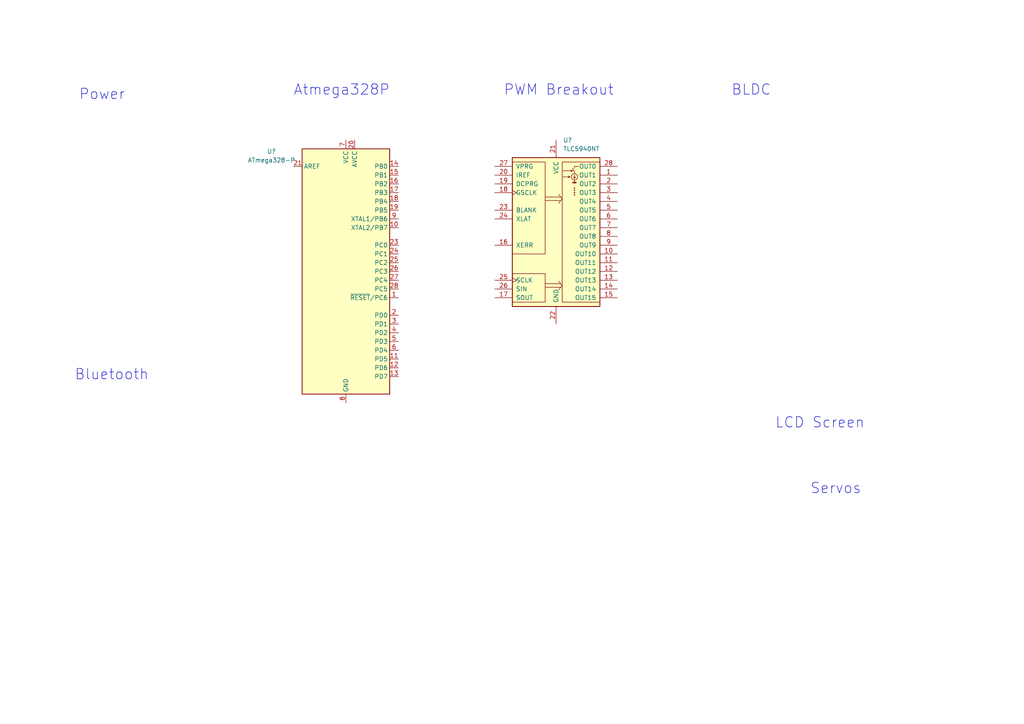
<source format=kicad_sch>
(kicad_sch (version 20211123) (generator eeschema)
  (paper "A4")
  (lib_symbols
    (symbol "Driver_LED:TLC5940NT" (pin_names (offset 1.016))
      (property "Reference" "U" (at -12.7 22.225 0))
      (property "Value" "TLC5940NT" (at 12.7 22.225 0))
      (symbol "TLC5940NT_0_1"
        (rectangle (start -12.7 -21.59) (end -3.175 -13.335))
        (rectangle (start -12.7 19.05) (end -3.175 -7.62))
        (rectangle (start -12.7 20.32) (end 12.7 -22.86) (stroke (width 0.254)) (fill (type background)))
        (polyline (pts (xy -3.175 -16.256) (xy 1.27 -16.256)))
        (polyline (pts (xy -3.175 8.89) (xy 1.27 8.89)))
        (polyline (pts (xy 1.27 -17.272) (xy -3.175 -17.272)))
        (polyline (pts (xy 1.27 7.874) (xy -3.175 7.874)))
        (polyline (pts (xy 1.778 -16.764) (xy 0.762 -18.034)))
        (polyline (pts (xy 1.778 -16.764) (xy 0.762 -15.494)))
        (polyline (pts (xy 1.778 8.382) (xy 0.762 7.112)))
        (polyline (pts (xy 1.778 8.382) (xy 0.762 9.652)))
        (polyline (pts (xy 5.334 13.716) (xy 5.334 13.208)))
        (polyline (pts (xy 5.334 14.224) (xy 5.588 14.732)))
        (polyline (pts (xy 5.334 15.24) (xy 5.334 14.224) (xy 5.08 14.732)))
        (polyline (pts (xy 5.334 15.748) (xy 5.334 16.002) (xy 4.826 17.272)))
        (polyline (pts (xy 5.334 17.272) (xy 5.334 17.78) (xy 6.604 17.78)))
        (polyline (pts (xy 2.032 14.732) (xy 4.064 14.732) (xy 3.556 14.986) (xy 4.064 14.732) (xy 3.556 14.478)))
        (polyline (pts (xy 2.032 16.51) (xy 4.826 16.51) (xy 4.318 16.764) (xy 4.826 16.51) (xy 4.318 16.256)))
        (rectangle (start 1.778 19.05) (end 12.7 -21.59))
        (rectangle (start 4.826 13.208) (end 5.842 12.954) (fill (type outline)))
        (circle (center 5.334 9.525) (radius 0.127) (fill (type outline)))
        (circle (center 5.334 10.16) (radius 0.127) (fill (type outline)))
        (circle (center 5.334 10.795) (radius 0.127) (fill (type outline)))
        (circle (center 5.334 11.43) (radius 0.127) (fill (type outline)))
        (circle (center 5.334 14.732) (radius 0.9144))
      )
      (symbol "TLC5940NT_1_1"
        (pin open_collector line (at 17.78 15.24 180) (length 5.08) (name "OUT1") (number "1"))
        (pin open_collector line (at 17.78 -7.62 180) (length 5.08) (name "OUT10") (number "10"))
        (pin open_collector line (at 17.78 -10.16 180) (length 5.08) (name "OUT11") (number "11"))
        (pin open_collector line (at 17.78 -12.7 180) (length 5.08) (name "OUT12") (number "12"))
        (pin open_collector line (at 17.78 -15.24 180) (length 5.08) (name "OUT13") (number "13"))
        (pin open_collector line (at 17.78 -17.78 180) (length 5.08) (name "OUT14") (number "14"))
        (pin open_collector line (at 17.78 -20.32 180) (length 5.08) (name "OUT15") (number "15"))
        (pin open_collector line (at -17.78 -5.08 0) (length 5.08) (name "XERR") (number "16"))
        (pin output line (at -17.78 -20.32 0) (length 5.08) (name "SOUT") (number "17"))
        (pin input clock (at -17.78 10.16 0) (length 5.08) (name "GSCLK") (number "18"))
        (pin input line (at -17.78 12.7 0) (length 5.08) (name "DCPRG") (number "19"))
        (pin open_collector line (at 17.78 12.7 180) (length 5.08) (name "OUT2") (number "2"))
        (pin input line (at -17.78 15.24 0) (length 5.08) (name "IREF") (number "20"))
        (pin power_in line (at 0 25.4 270) (length 5.08) (name "VCC") (number "21"))
        (pin power_in line (at 0 -27.94 90) (length 5.08) (name "GND") (number "22"))
        (pin input line (at -17.78 5.08 0) (length 5.08) (name "BLANK") (number "23"))
        (pin input line (at -17.78 2.54 0) (length 5.08) (name "XLAT") (number "24"))
        (pin input clock (at -17.78 -15.24 0) (length 5.08) (name "SCLK") (number "25"))
        (pin input line (at -17.78 -17.78 0) (length 5.08) (name "SIN") (number "26"))
        (pin input line (at -17.78 17.78 0) (length 5.08) (name "VPRG") (number "27"))
        (pin open_collector line (at 17.78 17.78 180) (length 5.08) (name "OUT0") (number "28"))
        (pin open_collector line (at 17.78 10.16 180) (length 5.08) (name "OUT3") (number "3"))
        (pin open_collector line (at 17.78 7.62 180) (length 5.08) (name "OUT4") (number "4"))
        (pin open_collector line (at 17.78 5.08 180) (length 5.08) (name "OUT5") (number "5"))
        (pin open_collector line (at 17.78 2.54 180) (length 5.08) (name "OUT6") (number "6"))
        (pin open_collector line (at 17.78 0 180) (length 5.08) (name "OUT7") (number "7"))
        (pin open_collector line (at 17.78 -2.54 180) (length 5.08) (name "OUT8") (number "8"))
        (pin open_collector line (at 17.78 -5.08 180) (length 5.08) (name "OUT9") (number "9"))
      )
    )
    (symbol "MCU_Microchip_ATmega:ATmega328-P"
      (property "Reference" "U" (at -12.7 36.83 0))
      (property "Value" "ATmega328-P" (at 2.54 -36.83 0))
      (symbol "ATmega328-P_0_1"
        (rectangle (start -12.7 -35.56) (end 12.7 35.56) (stroke (width 0.254)) (fill (type background)))
      )
      (symbol "ATmega328-P_1_1"
        (pin bidirectional line (at 15.24 -7.62 180) (length 2.54) (name "~{RESET}/PC6") (number "1"))
        (pin bidirectional line (at 15.24 12.7 180) (length 2.54) (name "XTAL2/PB7") (number "10"))
        (pin bidirectional line (at 15.24 -25.4 180) (length 2.54) (name "PD5") (number "11"))
        (pin bidirectional line (at 15.24 -27.94 180) (length 2.54) (name "PD6") (number "12"))
        (pin bidirectional line (at 15.24 -30.48 180) (length 2.54) (name "PD7") (number "13"))
        (pin bidirectional line (at 15.24 30.48 180) (length 2.54) (name "PB0") (number "14"))
        (pin bidirectional line (at 15.24 27.94 180) (length 2.54) (name "PB1") (number "15"))
        (pin bidirectional line (at 15.24 25.4 180) (length 2.54) (name "PB2") (number "16"))
        (pin bidirectional line (at 15.24 22.86 180) (length 2.54) (name "PB3") (number "17"))
        (pin bidirectional line (at 15.24 20.32 180) (length 2.54) (name "PB4") (number "18"))
        (pin bidirectional line (at 15.24 17.78 180) (length 2.54) (name "PB5") (number "19"))
        (pin bidirectional line (at 15.24 -12.7 180) (length 2.54) (name "PD0") (number "2"))
        (pin power_in line (at 2.54 38.1 270) (length 2.54) (name "AVCC") (number "20"))
        (pin passive line (at -15.24 30.48 0) (length 2.54) (name "AREF") (number "21"))
        (pin passive line (at 0 -38.1 90) (length 2.54) hide (name "GND") (number "22"))
        (pin bidirectional line (at 15.24 7.62 180) (length 2.54) (name "PC0") (number "23"))
        (pin bidirectional line (at 15.24 5.08 180) (length 2.54) (name "PC1") (number "24"))
        (pin bidirectional line (at 15.24 2.54 180) (length 2.54) (name "PC2") (number "25"))
        (pin bidirectional line (at 15.24 0 180) (length 2.54) (name "PC3") (number "26"))
        (pin bidirectional line (at 15.24 -2.54 180) (length 2.54) (name "PC4") (number "27"))
        (pin bidirectional line (at 15.24 -5.08 180) (length 2.54) (name "PC5") (number "28"))
        (pin bidirectional line (at 15.24 -15.24 180) (length 2.54) (name "PD1") (number "3"))
        (pin bidirectional line (at 15.24 -17.78 180) (length 2.54) (name "PD2") (number "4"))
        (pin bidirectional line (at 15.24 -20.32 180) (length 2.54) (name "PD3") (number "5"))
        (pin bidirectional line (at 15.24 -22.86 180) (length 2.54) (name "PD4") (number "6"))
        (pin power_in line (at 0 38.1 270) (length 2.54) (name "VCC") (number "7"))
        (pin power_in line (at 0 -38.1 90) (length 2.54) (name "GND") (number "8"))
        (pin bidirectional line (at 15.24 15.24 180) (length 2.54) (name "XTAL1/PB6") (number "9"))
      )
    )
  )
  (text "Servos" (at 234.95 143.51 0) (effects (font (size 3 3)) (justify left bottom)))
  (text "LCD Screen" (at 224.79 124.46 0) (effects (font (size 3 3)) (justify left bottom)))
  (text "Power\n" (at 22.86 29.21 0) (effects (font (size 3 3)) (justify left bottom)))
  (text "PWM Breakout" (at 146.05 27.94 0) (effects (font (size 3 3)) (justify left bottom)))
  (text "Atmega328P" (at 85.09 27.94 0) (effects (font (size 3 3)) (justify left bottom)))
  (text "BLDC" (at 212.09 27.94 0) (effects (font (size 3 3)) (justify left bottom)))
  (text "Bluetooth" (at 21.59 110.49 0) (effects (font (size 3 3)) (justify left bottom)))
  (symbol (lib_id "MCU_Microchip_ATmega:ATmega328-P") (at 100.33 78.74 0) (unit 1)
    (property "Reference" "U?" (at 78.74 43.9293 0))
    (property "Value" "ATmega328-P" (at 78.74 46.4693 0))
    (property "Footprint" "Package_DIP:DIP-28_W7.62mm" (effects hide))
    (property "Datasheet" "http://ww1.microchip.com/downloads/en/DeviceDoc/ATmega328_P%20AVR%20MCU%20with%20picoPower%20Technology%20Data%20Sheet%2040001984A.pdf" (effects hide))
  )
  (symbol (lib_id "Driver_LED:TLC5940NT") (at 161.29 66.04 0) (unit 1)
    (property "Reference" "U?" (at 163.3094 40.64 0) (effects (justify left)))
    (property "Value" "TLC5940NT" (at 163.3094 43.18 0) (effects (justify left)))
    (property "Footprint" "Package_DIP:DIP-28_W7.62mm" (effects hide))
    (property "Datasheet" "http://www.ti.com/lit/ds/symlink/tlc5940.pdf" (effects hide))
  )
)
</source>
